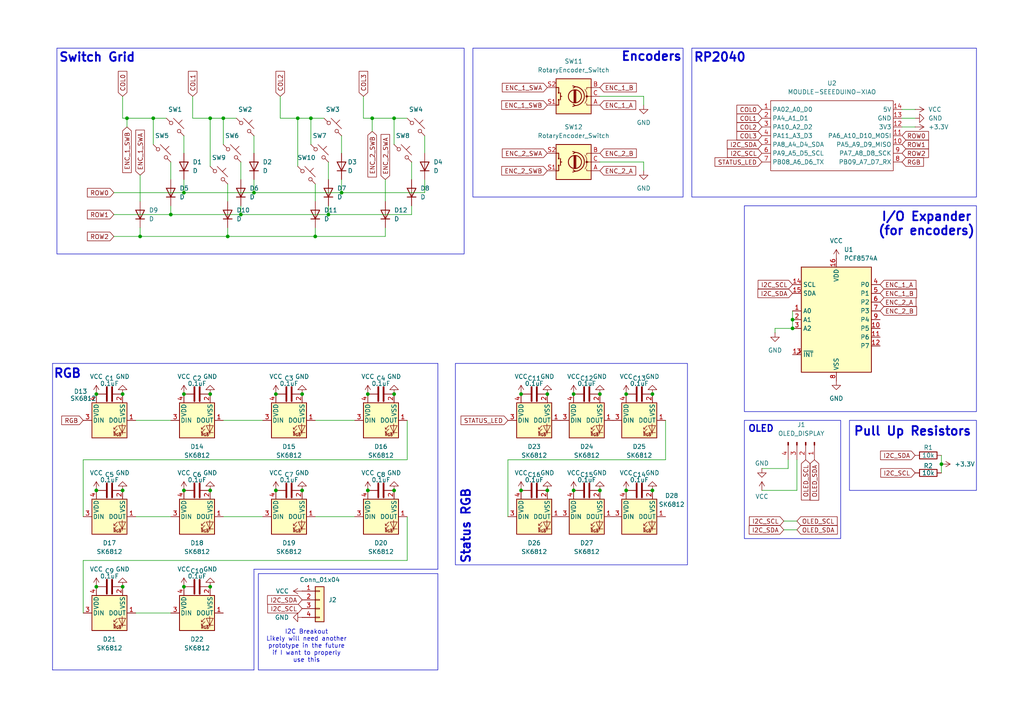
<source format=kicad_sch>
(kicad_sch (version 20231120) (generator "eeschema") (generator_version "8.0")
  (paper "A4")
  (lib_symbols
    (symbol "Connector:Conn_01x04_Pin" (pin_names (offset 1.016) hide)
      (property "Reference" "J" (at 0 5.08 0))
      (property "Value" "Conn_01x04_Pin" (at 0 -7.62 0))
      (symbol "Conn_01x04_Pin_1_1"
        (pin passive line (at 5.08 2.54 180) (length 3.81) (name "Pin_1") (number "1"))
        (pin passive line (at 5.08 0 180) (length 3.81) (name "Pin_2") (number "2"))
        (pin passive line (at 5.08 -2.54 180) (length 3.81) (name "Pin_3") (number "3"))
        (pin passive line (at 5.08 -5.08 180) (length 3.81) (name "Pin_4") (number "4"))
      )
    )
    (symbol "Connector_Generic:Conn_01x04" (pin_names (offset 1.016) hide)
      (property "Reference" "J" (at 0 5.08 0))
      (property "Value" "Conn_01x04" (at 0 -7.62 0))
      (symbol "Conn_01x04_1_1"
        (pin passive line (at -5.08 2.54 0) (length 3.81) (name "Pin_1") (number "1"))
        (pin passive line (at -5.08 0 0) (length 3.81) (name "Pin_2") (number "2"))
        (pin passive line (at -5.08 -2.54 0) (length 3.81) (name "Pin_3") (number "3"))
        (pin passive line (at -5.08 -5.08 0) (length 3.81) (name "Pin_4") (number "4"))
      )
    )
    (symbol "Device:C" (pin_numbers hide) (pin_names (offset 0.254))
      (property "Reference" "C" (at 0.635 2.54 0))
      (property "Value" "C" (at 0.635 -2.54 0))
      (symbol "C_1_1"
        (pin passive line (at 0 3.81 270) (length 2.794) (name "~") (number "1"))
        (pin passive line (at 0 -3.81 90) (length 2.794) (name "~") (number "2"))
      )
    )
    (symbol "Device:D" (pin_numbers hide) (pin_names (offset 1.016) hide)
      (property "Reference" "D" (at 0 2.54 0))
      (property "Value" "D" (at 0 -2.54 0))
      (symbol "D_1_1"
        (pin passive line (at -3.81 0 0) (length 2.54) (name "K") (number "1"))
        (pin passive line (at 3.81 0 180) (length 2.54) (name "A") (number "2"))
      )
    )
    (symbol "Device:R" (pin_numbers hide) (pin_names (offset 0))
      (property "Reference" "R" (at 2.032 0 90))
      (property "Value" "R" (at 0 0 90))
      (symbol "R_1_1"
        (pin passive line (at 0 3.81 270) (length 1.27) (name "~") (number "1"))
        (pin passive line (at 0 -3.81 90) (length 1.27) (name "~") (number "2"))
      )
    )
    (symbol "Device:RotaryEncoder_Switch" (pin_names (offset 0.254) hide)
      (property "Reference" "SW" (at 0 6.604 0))
      (property "Value" "RotaryEncoder_Switch" (at 0 -6.604 0))
      (symbol "RotaryEncoder_Switch_1_1"
        (pin passive line (at -7.62 2.54 0) (length 2.54) (name "A") (number "A"))
        (pin passive line (at -7.62 -2.54 0) (length 2.54) (name "B") (number "B"))
        (pin passive line (at -7.62 0 0) (length 2.54) (name "C") (number "C"))
        (pin passive line (at 7.62 2.54 180) (length 2.54) (name "S1") (number "S1"))
        (pin passive line (at 7.62 -2.54 180) (length 2.54) (name "S2") (number "S2"))
      )
    )
    (symbol "Interface_Expansion:PCF8574A"
      (property "Reference" "U" (at -8.89 16.51 0))
      (property "Value" "PCF8574A" (at 2.54 16.51 0))
      (symbol "PCF8574A_1_1"
        (pin input line (at -12.7 2.54 0) (length 2.54) (name "A0") (number "1"))
        (pin bidirectional line (at 12.7 -2.54 180) (length 2.54) (name "P5") (number "10"))
        (pin bidirectional line (at 12.7 -5.08 180) (length 2.54) (name "P6") (number "11"))
        (pin bidirectional line (at 12.7 -7.62 180) (length 2.54) (name "P7") (number "12"))
        (pin open_collector output_low (at -12.7 -10.16 0) (length 2.54) (name "~{INT}") (number "13"))
        (pin input line (at -12.7 10.16 0) (length 2.54) (name "SCL") (number "14"))
        (pin bidirectional line (at -12.7 7.62 0) (length 2.54) (name "SDA") (number "15"))
        (pin power_in line (at 0 17.78 270) (length 2.54) (name "VDD") (number "16"))
        (pin input line (at -12.7 0 0) (length 2.54) (name "A1") (number "2"))
        (pin input line (at -12.7 -2.54 0) (length 2.54) (name "A2") (number "3"))
        (pin bidirectional line (at 12.7 10.16 180) (length 2.54) (name "P0") (number "4"))
        (pin bidirectional line (at 12.7 7.62 180) (length 2.54) (name "P1") (number "5"))
        (pin bidirectional line (at 12.7 5.08 180) (length 2.54) (name "P2") (number "6"))
        (pin bidirectional line (at 12.7 2.54 180) (length 2.54) (name "P3") (number "7"))
        (pin power_in line (at 0 -17.78 90) (length 2.54) (name "VSS") (number "8"))
        (pin bidirectional line (at 12.7 0 180) (length 2.54) (name "P4") (number "9"))
      )
    )
    (symbol "Switch:SW_Push_45deg" (pin_numbers hide) (pin_names (offset 1.016) hide)
      (property "Reference" "SW" (at 3.048 1.016 0))
      (property "Value" "SW_Push_45deg" (at 0 -3.81 0))
      (symbol "SW_Push_45deg_0_1"
        (pin passive line (at -2.54 2.54 0) (length 0) (name "1") (number "1"))
        (pin passive line (at 2.54 -2.54 180) (length 0) (name "2") (number "2"))
      )
    )
    (symbol "XIAO_RP2040:MOUDLE-SEEEDUINO-XIAO"
      (property "Reference" "U" (at -16.51 11.43 0))
      (property "Value" "MOUDLE-SEEEDUINO-XIAO" (at -3.81 -11.43 0))
      (symbol "MOUDLE-SEEEDUINO-XIAO_1_1"
        (pin passive line (at -19.05 7.62 0) (length 2.54) (name "PA02_A0_D0") (number "1"))
        (pin passive line (at 21.59 -2.54 180) (length 2.54) (name "PA5_A9_D9_MISO") (number "10"))
        (pin passive line (at 21.59 0 180) (length 2.54) (name "PA6_A10_D10_MOSI") (number "11"))
        (pin passive line (at 21.59 2.54 180) (length 2.54) (name "3V3") (number "12"))
        (pin passive line (at 21.59 5.08 180) (length 2.54) (name "GND") (number "13"))
        (pin passive line (at 21.59 7.62 180) (length 2.54) (name "5V") (number "14"))
        (pin passive line (at -19.05 5.08 0) (length 2.54) (name "PA4_A1_D1") (number "2"))
        (pin passive line (at -19.05 2.54 0) (length 2.54) (name "PA10_A2_D2") (number "3"))
        (pin passive line (at -19.05 0 0) (length 2.54) (name "PA11_A3_D3") (number "4"))
        (pin passive line (at -19.05 -2.54 0) (length 2.54) (name "PA8_A4_D4_SDA") (number "5"))
        (pin passive line (at -19.05 -5.08 0) (length 2.54) (name "PA9_A5_D5_SCL") (number "6"))
        (pin passive line (at -19.05 -7.62 0) (length 2.54) (name "PB08_A6_D6_TX") (number "7"))
        (pin passive line (at 21.59 -7.62 180) (length 2.54) (name "PB09_A7_D7_RX") (number "8"))
        (pin passive line (at 21.59 -5.08 180) (length 2.54) (name "PA7_A8_D8_SCK") (number "9"))
      )
    )
    (symbol "neopixel:SK6812MINI" (pin_names (offset 0.254))
      (property "Reference" "D13" (at -8.382 8.382 0))
      (property "Value" "SK6812" (at -7.62 6.35 0))
      (symbol "SK6812MINI_0_0"
        (text "RGB" (at 2.286 -4.191 0) (effects (font (size 0.762 0.762))))
      )
      (symbol "SK6812MINI_1_1"
        (pin output line (at 7.62 0 180) (length 2.54) (name "DOUT") (number "1"))
        (pin power_in line (at 3.81 7.62 270) (length 2.54) (name "VSS") (number "2"))
        (pin input line (at -7.62 0 0) (length 2.54) (name "DIN") (number "3"))
        (pin power_in line (at -3.81 7.62 270) (length 2.54) (name "VDD") (number "4"))
      )
    )
    (symbol "power:+3.3V" (power) (pin_numbers hide) (pin_names (offset 0) hide)
      (property "Value" "+3.3V" (at 0 3.556 0))
      (symbol "+3.3V_1_1"
        (pin power_in line (at 0 0 90) (length 0) (name "~") (number "1"))
      )
    )
    (symbol "power:GND" (power) (pin_numbers hide) (pin_names (offset 0) hide)
      (property "Value" "GND" (at 0 -3.81 0))
      (symbol "GND_1_1"
        (pin power_in line (at 0 0 270) (length 0) (name "~") (number "1"))
      )
    )
    (symbol "power:VCC" (power) (pin_numbers hide) (pin_names (offset 0) hide)
      (property "Value" "VCC" (at 0 3.556 0))
      (symbol "VCC_1_1"
        (pin power_in line (at 0 0 90) (length 0) (name "~") (number "1"))
      )
    )
  )
  (junction (at 166.37 114.3))
  (junction (at 64.77 34.29))
  (junction (at 86.36 34.29))
  (junction (at 114.3 34.29))
  (junction (at 90.17 34.29))
  (junction (at 69.85 62.23))
  (junction (at 114.3 114.3))
  (junction (at 35.56 142.24))
  (junction (at 60.96 170.18))
  (junction (at 181.61 114.3))
  (junction (at 27.94 170.18))
  (junction (at 173.99 142.24))
  (junction (at 114.3 142.24))
  (junction (at 99.06 55.88))
  (junction (at 80.01 142.24))
  (junction (at 87.63 142.24))
  (junction (at 158.75 142.24))
  (junction (at 60.96 142.24))
  (junction (at 229.87 92.71))
  (junction (at 35.56 114.3))
  (junction (at 53.34 142.24))
  (junction (at 73.66 55.88))
  (junction (at 87.63 114.3))
  (junction (at 107.95 34.29))
  (junction (at 166.37 142.24))
  (junction (at 106.68 114.3))
  (junction (at 53.34 55.88))
  (junction (at 40.64 68.58))
  (junction (at 27.94 114.3))
  (junction (at 60.96 34.29))
  (junction (at 189.23 114.3))
  (junction (at 229.87 95.25))
  (junction (at 151.13 142.24))
  (junction (at 36.83 34.29))
  (junction (at 66.04 68.58))
  (junction (at 53.34 170.18))
  (junction (at 91.44 68.58))
  (junction (at 181.61 142.24))
  (junction (at 95.25 62.23))
  (junction (at 273.05 134.62))
  (junction (at 60.96 114.3))
  (junction (at 151.13 114.3))
  (junction (at 44.45 34.29))
  (junction (at 35.56 170.18))
  (junction (at 173.99 114.3))
  (junction (at 189.23 142.24))
  (junction (at 80.01 114.3))
  (junction (at 27.94 142.24))
  (junction (at 49.53 62.23))
  (junction (at 106.68 142.24))
  (junction (at 53.34 114.3))
  (junction (at 158.75 114.3))
  (wire (pts (xy 91.44 68.58) (xy 111.76 68.58)))
  (wire (pts (xy 90.17 34.29) (xy 93.98 34.29)))
  (wire (pts (xy 73.66 55.88) (xy 99.06 55.88)))
  (wire (pts (xy 53.34 55.88) (xy 73.66 55.88)))
  (wire (pts (xy 224.79 95.25) (xy 224.79 96.52)))
  (wire (pts (xy 44.45 34.29) (xy 44.45 41.91)))
  (wire (pts (xy 69.85 46.99) (xy 69.85 52.07)))
  (wire (pts (xy 39.37 149.86) (xy 49.53 149.86)))
  (wire (pts (xy 273.05 134.62) (xy 273.05 137.16)))
  (wire (pts (xy 53.34 52.07) (xy 53.34 55.88)))
  (wire (pts (xy 186.69 46.99) (xy 186.69 49.53)))
  (wire (pts (xy 64.77 149.86) (xy 76.2 149.86)))
  (wire (pts (xy 107.95 34.29) (xy 105.41 34.29)))
  (wire (pts (xy 49.53 59.69) (xy 49.53 62.23)))
  (wire (pts (xy 69.85 59.69) (xy 69.85 62.23)))
  (wire (pts (xy 173.99 46.99) (xy 186.69 46.99)))
  (wire (pts (xy 111.76 52.07) (xy 111.76 58.42)))
  (wire (pts (xy 261.62 34.29) (xy 265.43 34.29)))
  (wire (pts (xy 229.87 92.71) (xy 229.87 95.25)))
  (wire (pts (xy 231.14 151.13) (xy 227.33 151.13)))
  (wire (pts (xy 66.04 53.34) (xy 66.04 58.42)))
  (wire (pts (xy 273.05 132.08) (xy 273.05 134.62)))
  (wire (pts (xy 111.76 66.04) (xy 111.76 68.58)))
  (wire (pts (xy 220.98 135.89) (xy 228.6 135.89)))
  (wire (pts (xy 119.38 46.99) (xy 119.38 52.07)))
  (wire (pts (xy 228.6 135.89) (xy 228.6 133.35)))
  (polyline (pts (xy 15.24 105.41) (xy 127 105.41)))
  (wire (pts (xy 95.25 46.99) (xy 95.25 52.07)))
  (wire (pts (xy 231.14 153.67) (xy 227.33 153.67)))
  (wire (pts (xy 36.83 34.29) (xy 35.56 34.29)))
  (wire (pts (xy 261.62 31.75) (xy 265.43 31.75)))
  (wire (pts (xy 107.95 34.29) (xy 114.3 34.29)))
  (polyline (pts (xy 15.24 194.31) (xy 73.66 194.31)))
  (wire (pts (xy 40.64 68.58) (xy 40.64 66.04)))
  (wire (pts (xy 147.32 133.35) (xy 147.32 149.86)))
  (wire (pts (xy 95.25 62.23) (xy 119.38 62.23)))
  (wire (pts (xy 64.77 34.29) (xy 60.96 34.29)))
  (polyline (pts (xy 73.66 194.31) (xy 73.66 165.1)))
  (wire (pts (xy 68.58 34.29) (xy 64.77 34.29)))
  (wire (pts (xy 64.77 34.29) (xy 64.77 41.91)))
  (wire (pts (xy 261.62 36.83) (xy 265.43 36.83)))
  (wire (pts (xy 220.98 142.24) (xy 231.14 142.24)))
  (wire (pts (xy 36.83 34.29) (xy 36.83 36.83)))
  (wire (pts (xy 24.13 162.56) (xy 24.13 177.8)))
  (wire (pts (xy 39.37 121.92) (xy 49.53 121.92)))
  (wire (pts (xy 229.87 90.17) (xy 229.87 92.71)))
  (wire (pts (xy 91.44 121.92) (xy 102.87 121.92)))
  (wire (pts (xy 114.3 34.29) (xy 114.3 41.91)))
  (wire (pts (xy 40.64 50.8) (xy 40.64 58.42)))
  (wire (pts (xy 90.17 34.29) (xy 90.17 41.91)))
  (wire (pts (xy 66.04 68.58) (xy 91.44 68.58)))
  (wire (pts (xy 95.25 59.69) (xy 95.25 62.23)))
  (wire (pts (xy 229.87 95.25) (xy 224.79 95.25)))
  (wire (pts (xy 107.95 38.1) (xy 107.95 34.29)))
  (wire (pts (xy 49.53 46.99) (xy 49.53 52.07)))
  (wire (pts (xy 64.77 121.92) (xy 76.2 121.92)))
  (wire (pts (xy 99.06 39.37) (xy 99.06 44.45)))
  (wire (pts (xy 55.88 34.29) (xy 60.96 34.29)))
  (wire (pts (xy 35.56 34.29) (xy 35.56 27.94)))
  (polyline (pts (xy 73.66 165.1) (xy 127 165.1)))
  (wire (pts (xy 53.34 39.37) (xy 53.34 44.45)))
  (wire (pts (xy 73.66 52.07) (xy 73.66 55.88)))
  (wire (pts (xy 123.19 52.07) (xy 123.19 55.88)))
  (wire (pts (xy 81.28 34.29) (xy 86.36 34.29)))
  (wire (pts (xy 186.69 27.94) (xy 186.69 30.48)))
  (wire (pts (xy 105.41 34.29) (xy 105.41 27.94)))
  (wire (pts (xy 99.06 55.88) (xy 123.19 55.88)))
  (wire (pts (xy 36.83 34.29) (xy 44.45 34.29)))
  (wire (pts (xy 69.85 62.23) (xy 95.25 62.23)))
  (wire (pts (xy 39.37 177.8) (xy 49.53 177.8)))
  (wire (pts (xy 119.38 59.69) (xy 119.38 62.23)))
  (wire (pts (xy 24.13 133.35) (xy 24.13 149.86)))
  (wire (pts (xy 33.02 68.58) (xy 40.64 68.58)))
  (wire (pts (xy 114.3 34.29) (xy 118.11 34.29)))
  (wire (pts (xy 53.34 55.88) (xy 33.02 55.88)))
  (wire (pts (xy 118.11 121.92) (xy 118.11 133.35)))
  (wire (pts (xy 91.44 149.86) (xy 102.87 149.86)))
  (wire (pts (xy 123.19 39.37) (xy 123.19 44.45)))
  (wire (pts (xy 193.04 133.35) (xy 147.32 133.35)))
  (wire (pts (xy 99.06 52.07) (xy 99.06 55.88)))
  (wire (pts (xy 60.96 34.29) (xy 60.96 48.26)))
  (polyline (pts (xy 15.24 105.41) (xy 15.24 194.31)))
  (wire (pts (xy 81.28 34.29) (xy 81.28 27.94)))
  (wire (pts (xy 173.99 27.94) (xy 186.69 27.94)))
  (wire (pts (xy 118.11 133.35) (xy 24.13 133.35)))
  (wire (pts (xy 118.11 162.56) (xy 24.13 162.56)))
  (wire (pts (xy 86.36 34.29) (xy 86.36 48.26)))
  (wire (pts (xy 193.04 121.92) (xy 193.04 133.35)))
  (polyline (pts (xy 127 165.1) (xy 127 105.41)))
  (wire (pts (xy 40.64 68.58) (xy 66.04 68.58)))
  (wire (pts (xy 91.44 68.58) (xy 91.44 66.04)))
  (wire (pts (xy 66.04 68.58) (xy 66.04 66.04)))
  (wire (pts (xy 33.02 62.23) (xy 49.53 62.23)))
  (wire (pts (xy 49.53 62.23) (xy 69.85 62.23)))
  (wire (pts (xy 231.14 142.24) (xy 231.14 133.35)))
  (wire (pts (xy 73.66 39.37) (xy 73.66 44.45)))
  (wire (pts (xy 118.11 149.86) (xy 118.11 162.56)))
  (wire (pts (xy 86.36 34.29) (xy 90.17 34.29)))
  (wire (pts (xy 91.44 53.34) (xy 91.44 58.42)))
  (wire (pts (xy 55.88 34.29) (xy 55.88 27.94)))
  (wire (pts (xy 44.45 34.29) (xy 48.26 34.29)))
  (rectangle (start 215.9 121.92) (end 243.84 156.21))
  (rectangle (start 132.08 105.41) (end 199.39 163.83))
  (rectangle (start 215.9 59.69) (end 283.21 119.38))
  (rectangle (start 16.51 13.97) (end 134.62 73.66))
  (rectangle (start 137.16 13.97) (end 198.12 57.15))
  (rectangle (start 200.66 13.97) (end 283.21 57.15))
  (rectangle (start 246.38 121.92) (end 283.21 142.24))
  (rectangle (start 74.93 166.37) (end 127 194.31))
  (text "RGB" (at 19.558 108.458 0) (effects (font (size 2.54 2.54) (thickness 0.508) (bold yes))))
  (text "Switch Grid" (at 28.194 16.764 0) (effects (font (size 2.54 2.54) (thickness 0.508) (bold yes))))
  (text "RP2040" (at 208.788 16.764 0) (effects (font (size 2.54 2.54) (thickness 0.508) (bold yes))))
  (text "OLED" (at 220.726 124.46 0) (effects (font (size 1.905 1.905) (thickness 0.381) (bold yes))))
  (text "I2C Breakout\nLikely will need another\nprototype in the future\nif I want to properly\nuse this" (at 88.9 187.452 0) (effects (font (size 1.27 1.27))))
  (text "Encoders" (at 188.976 16.51 0) (effects (font (size 2.54 2.54) (thickness 0.508) (bold yes))))
  (text "Status RGB" (at 135.128 152.654 90) (effects (font (size 2.54 2.54) (thickness 0.508) (bold yes))))
  (text "I/O Expander\n(for encoders)" (at 268.732 65.024 0) (effects (font (size 2.54 2.54) (thickness 0.508) (bold yes))))
  (text "Pull Up Resistors" (at 264.668 125.222 0) (effects (font (size 2.54 2.54) (thickness 0.508) (bold yes))))
  (global_label "ENC_1_A" (shape input) (at 255.27 82.55 0) (property "Intersheetrefs" "${INTERSHEET_REFS}" (effects (hide yes))))
  (global_label "ROW2" (shape input) (at 33.02 68.58 180) (property "Intersheetrefs" "${INTERSHEET_REFS}" (effects (hide yes))))
  (global_label "RGB" (shape input) (at 24.13 121.92 180) (property "Intersheetrefs" "${INTERSHEET_REFS}" (effects (hide yes))))
  (global_label "COL2" (shape input) (at 220.98 36.83 180) (property "Intersheetrefs" "${INTERSHEET_REFS}" (effects (hide yes))))
  (global_label "ENC_1_SWA" (shape input) (at 158.75 25.4 180) (property "Intersheetrefs" "${INTERSHEET_REFS}" (effects (hide yes))))
  (global_label "RGB" (shape input) (at 261.62 46.99 0) (property "Intersheetrefs" "${INTERSHEET_REFS}" (effects (hide yes))))
  (global_label "I2C_SCL" (shape input) (at 265.43 137.16 180) (property "Intersheetrefs" "${INTERSHEET_REFS}" (effects (hide yes))))
  (global_label "ENC_2_SWB" (shape input) (at 158.75 49.53 180) (property "Intersheetrefs" "${INTERSHEET_REFS}" (effects (hide yes))))
  (global_label "OLED_SCL" (shape input) (at 233.68 133.35 270) (property "Intersheetrefs" "${INTERSHEET_REFS}" (effects (hide yes))))
  (global_label "OLED_SCL" (shape input) (at 231.14 151.13 0) (property "Intersheetrefs" "${INTERSHEET_REFS}" (effects (hide yes))))
  (global_label "I2C_SCL" (shape input) (at 229.87 82.55 180) (property "Intersheetrefs" "${INTERSHEET_REFS}" (effects (hide yes))))
  (global_label "I2C_SCL" (shape input) (at 220.98 44.45 180) (property "Intersheetrefs" "${INTERSHEET_REFS}" (effects (hide yes))))
  (global_label "ENC_1_B" (shape input) (at 255.27 85.09 0) (property "Intersheetrefs" "${INTERSHEET_REFS}" (effects (hide yes))))
  (global_label "ENC_2_B" (shape input) (at 255.27 90.17 0) (property "Intersheetrefs" "${INTERSHEET_REFS}" (effects (hide yes))))
  (global_label "ENC_2_B" (shape input) (at 173.99 44.45 0) (property "Intersheetrefs" "${INTERSHEET_REFS}" (effects (hide yes))))
  (global_label "ENC_2_SWB" (shape input) (at 107.95 38.1 270) (property "Intersheetrefs" "${INTERSHEET_REFS}" (effects (hide yes))))
  (global_label "I2C_SDA" (shape input) (at 265.43 132.08 180) (property "Intersheetrefs" "${INTERSHEET_REFS}" (effects (hide yes))))
  (global_label "OLED_SDA" (shape input) (at 236.22 133.35 270) (property "Intersheetrefs" "${INTERSHEET_REFS}" (effects (hide yes))))
  (global_label "I2C_SDA" (shape input) (at 229.87 85.09 180) (property "Intersheetrefs" "${INTERSHEET_REFS}" (effects (hide yes))))
  (global_label "ENC_1_SWA" (shape input) (at 40.64 50.8 90) (property "Intersheetrefs" "${INTERSHEET_REFS}" (effects (hide yes))))
  (global_label "ENC_2_A" (shape input) (at 173.99 49.53 0) (property "Intersheetrefs" "${INTERSHEET_REFS}" (effects (hide yes))))
  (global_label "ENC_2_A" (shape input) (at 255.27 87.63 0) (property "Intersheetrefs" "${INTERSHEET_REFS}" (effects (hide yes))))
  (global_label "COL3" (shape input) (at 105.41 27.94 90) (property "Intersheetrefs" "${INTERSHEET_REFS}" (effects (hide yes))))
  (global_label "COL0" (shape input) (at 220.98 31.75 180) (property "Intersheetrefs" "${INTERSHEET_REFS}" (effects (hide yes))))
  (global_label "STATUS_LED" (shape input) (at 220.98 46.99 180) (property "Intersheetrefs" "${INTERSHEET_REFS}" (effects (hide yes))))
  (global_label "COL1" (shape input) (at 220.98 34.29 180) (property "Intersheetrefs" "${INTERSHEET_REFS}" (effects (hide yes))))
  (global_label "I2C_SCL" (shape input) (at 87.63 176.53 180) (property "Intersheetrefs" "${INTERSHEET_REFS}" (effects (hide yes))))
  (global_label "I2C_SDA" (shape input) (at 220.98 41.91 180) (property "Intersheetrefs" "${INTERSHEET_REFS}" (effects (hide yes))))
  (global_label "COL1" (shape input) (at 55.88 27.94 90) (property "Intersheetrefs" "${INTERSHEET_REFS}" (effects (hide yes))))
  (global_label "ENC_1_SWB" (shape input) (at 158.75 30.48 180) (property "Intersheetrefs" "${INTERSHEET_REFS}" (effects (hide yes))))
  (global_label "I2C_SDA" (shape input) (at 227.33 153.67 180) (property "Intersheetrefs" "${INTERSHEET_REFS}" (effects (hide yes))))
  (global_label "ROW0" (shape input) (at 33.02 55.88 180) (property "Intersheetrefs" "${INTERSHEET_REFS}" (effects (hide yes))))
  (global_label "ROW2" (shape input) (at 261.62 44.45 0) (property "Intersheetrefs" "${INTERSHEET_REFS}" (effects (hide yes))))
  (global_label "ENC_1_A" (shape input) (at 173.99 30.48 0) (property "Intersheetrefs" "${INTERSHEET_REFS}" (effects (hide yes))))
  (global_label "ROW1" (shape input) (at 33.02 62.23 180) (property "Intersheetrefs" "${INTERSHEET_REFS}" (effects (hide yes))))
  (global_label "I2C_SDA" (shape input) (at 87.63 173.99 180) (property "Intersheetrefs" "${INTERSHEET_REFS}" (effects (hide yes))))
  (global_label "COL0" (shape input) (at 35.56 27.94 90) (property "Intersheetrefs" "${INTERSHEET_REFS}" (effects (hide yes))))
  (global_label "ROW1" (shape input) (at 261.62 41.91 0) (property "Intersheetrefs" "${INTERSHEET_REFS}" (effects (hide yes))))
  (global_label "COL2" (shape input) (at 81.28 27.94 90) (property "Intersheetrefs" "${INTERSHEET_REFS}" (effects (hide yes))))
  (global_label "COL3" (shape input) (at 220.98 39.37 180) (property "Intersheetrefs" "${INTERSHEET_REFS}" (effects (hide yes))))
  (global_label "I2C_SCL" (shape input) (at 227.33 151.13 180) (property "Intersheetrefs" "${INTERSHEET_REFS}" (effects (hide yes))))
  (global_label "ENC_2_SWA" (shape input) (at 158.75 44.45 180) (property "Intersheetrefs" "${INTERSHEET_REFS}" (effects (hide yes))))
  (global_label "OLED_SDA" (shape input) (at 231.14 153.67 0) (property "Intersheetrefs" "${INTERSHEET_REFS}" (effects (hide yes))))
  (global_label "ROW0" (shape input) (at 261.62 39.37 0) (property "Intersheetrefs" "${INTERSHEET_REFS}" (effects (hide yes))))
  (global_label "ENC_1_B" (shape input) (at 173.99 25.4 0) (property "Intersheetrefs" "${INTERSHEET_REFS}" (effects (hide yes))))
  (global_label "ENC_1_SWB" (shape input) (at 36.83 36.83 270) (property "Intersheetrefs" "${INTERSHEET_REFS}" (effects (hide yes))))
  (global_label "STATUS_LED" (shape input) (at 147.32 121.92 180) (property "Intersheetrefs" "${INTERSHEET_REFS}" (effects (hide yes))))
  (global_label "ENC_2_SWA" (shape input) (at 111.76 52.07 90) (property "Intersheetrefs" "${INTERSHEET_REFS}" (effects (hide yes))))
  (symbol (lib_id "power:GND") (at 60.96 114.3 180) (unit 1)
    (property "Reference" "#PWR013" (effects (hide yes)))
    (property "Value" "GND" (at 60.96 109.22 0))
    (property "Description" "Power symbol creates a global label with name \"GND\" , ground" (effects (hide yes)))
  )
  (symbol (lib_id "neopixel:SK6812MINI") (at 185.42 149.86 0) (unit 1)
    (property "Reference" "D28" (at 194.818 143.764 0))
    (property "Value" "SK6812" (at 194.818 146.304 0))
    (property "Footprint" "LED_SMD:LED_SK6812MINI_PLCC4_3.5x3.5mm_P1.75mm" (effects (hide yes)))
    (property "Datasheet" "https://cdn-shop.adafruit.com/product-files/2686/SK6812MINI_REV.01-1-2.pdf" (effects (hide yes)))
    (property "Description" "RGB LED with integrated controller" (effects (hide yes)))
  )
  (symbol (lib_id "neopixel:SK6812MINI") (at 57.15 121.92 0) (unit 1)
    (property "Reference" "D14" (at 57.15 129.54 0))
    (property "Value" "SK6812" (at 57.15 132.08 0))
    (property "Footprint" "neopixel.petty:SK6812MINI-E" (effects (hide yes)))
    (property "Datasheet" "https://cdn-shop.adafruit.com/product-files/2686/SK6812MINI_REV.01-1-2.pdf" (effects (hide yes)))
    (property "Description" "RGB LED with integrated controller" (effects (hide yes)))
  )
  (symbol (lib_id "Device:C") (at 57.15 170.18 90) (unit 1)
    (property "Reference" "C10" (at 57.15 165.608 90))
    (property "Value" "0.1uF" (at 57.15 167.132 90))
    (property "Footprint" "Capacitor_SMD:C_1206_3216Metric" (effects (hide yes)))
    (property "Description" "Unpolarized capacitor" (effects (hide yes)))
  )
  (symbol (lib_id "Device:D") (at 119.38 55.88 90) (unit 1)
    (property "Reference" "D8" (at 121.92 54.6099 90) (effects (justify right)))
    (property "Value" "D" (at 121.92 57.1499 90) (effects (justify right)))
    (property "Footprint" "Diode_SMD:D_SOD-123" (effects (hide yes)))
    (property "Description" "Diode" (effects (hide yes)))
    (property "Sim.Device" "D" (effects (hide yes)))
    (property "Sim.Pins" "1=K 2=A" (effects (hide yes)))
  )
  (symbol (lib_id "Switch:SW_Push_45deg") (at 67.31 44.45 0) (unit 1)
    (property "Reference" "SW6" (at 67.31 39.37 0))
    (property "Value" "SW_Push_45deg" (effects (hide yes)))
    (property "Footprint" "Components:Gateron Low Profile Switch 2.0" (effects (hide yes)))
    (property "Description" "Push button switch, normally open, two pins, 45° tilted" (effects (hide yes)))
  )
  (symbol (lib_id "Switch:SW_Push_45deg") (at 92.71 44.45 0) (unit 1)
    (property "Reference" "SW7" (at 92.71 39.37 0))
    (property "Value" "SW_Push_45deg" (effects (hide yes)))
    (property "Footprint" "Components:Gateron Low Profile Switch 2.0" (effects (hide yes)))
    (property "Description" "Push button switch, normally open, two pins, 45° tilted" (effects (hide yes)))
  )
  (symbol (lib_id "Device:D") (at 66.04 62.23 90) (unit 1)
    (property "Reference" "D10" (at 68.58 60.9599 90) (effects (justify right)))
    (property "Value" "D" (at 68.58 63.4999 90) (effects (justify right)))
    (property "Footprint" "Diode_SMD:D_SOD-123" (effects (hide yes)))
    (property "Description" "Diode" (effects (hide yes)))
    (property "Sim.Device" "D" (effects (hide yes)))
    (property "Sim.Pins" "1=K 2=A" (effects (hide yes)))
  )
  (symbol (lib_id "XIAO_RP2040:MOUDLE-SEEEDUINO-XIAO") (at 240.03 39.37 0) (unit 1)
    (property "Reference" "U2" (at 241.3 24.13 0))
    (property "Value" "MOUDLE-SEEEDUINO-XIAO" (at 241.3 26.67 0))
    (property "Footprint" "Components:XIAO-Generic-Hybrid-14P-2.54-21X17.8MM" (effects (hide yes)))
  )
  (symbol (lib_id "power:GND") (at 158.75 114.3 180) (unit 1)
    (property "Reference" "#PWR039" (effects (hide yes)))
    (property "Value" "GND" (at 158.75 109.22 0))
    (property "Description" "Power symbol creates a global label with name \"GND\" , ground" (effects (hide yes)))
  )
  (symbol (lib_id "power:GND") (at 87.63 142.24 180) (unit 1)
    (property "Reference" "#PWR023" (effects (hide yes)))
    (property "Value" "GND" (at 87.63 137.16 0))
    (property "Description" "Power symbol creates a global label with name \"GND\" , ground" (effects (hide yes)))
  )
  (symbol (lib_id "power:GND") (at 242.57 110.49 0) (unit 1)
    (property "Reference" "#PWR08" (effects (hide yes)))
    (property "Value" "GND" (at 242.57 115.57 0))
    (property "Description" "Power symbol creates a global label with name \"GND\" , ground" (effects (hide yes)))
  )
  (symbol (lib_id "power:GND") (at 158.75 142.24 180) (unit 1)
    (property "Reference" "#PWR045" (effects (hide yes)))
    (property "Value" "GND" (at 158.75 137.16 0))
    (property "Description" "Power symbol creates a global label with name \"GND\" , ground" (effects (hide yes)))
  )
  (symbol (lib_id "power:GND") (at 35.56 142.24 180) (unit 1)
    (property "Reference" "#PWR019" (effects (hide yes)))
    (property "Value" "GND" (at 35.56 137.16 0))
    (property "Description" "Power symbol creates a global label with name \"GND\" , ground" (effects (hide yes)))
  )
  (symbol (lib_id "power:GND") (at 186.69 30.48 0) (unit 1)
    (property "Reference" "#PWR02" (effects (hide yes)))
    (property "Value" "GND" (at 186.69 35.56 0))
    (property "Description" "Power symbol creates a global label with name \"GND\" , ground" (effects (hide yes)))
  )
  (symbol (lib_id "Device:C") (at 154.94 142.24 90) (unit 1)
    (property "Reference" "C16" (at 154.94 137.668 90))
    (property "Value" "0.1uF" (at 154.94 139.192 90))
    (property "Footprint" "Capacitor_SMD:C_1206_3216Metric" (effects (hide yes)))
    (property "Description" "Unpolarized capacitor" (effects (hide yes)))
  )
  (symbol (lib_id "power:GND") (at 186.69 49.53 0) (unit 1)
    (property "Reference" "#PWR03" (effects (hide yes)))
    (property "Value" "GND" (at 186.69 54.61 0))
    (property "Description" "Power symbol creates a global label with name \"GND\" , ground" (effects (hide yes)))
  )
  (symbol (lib_id "power:VCC") (at 53.34 170.18 0) (unit 1)
    (property "Reference" "#PWR028" (effects (hide yes)))
    (property "Value" "VCC" (at 53.34 165.1 0))
    (property "Description" "Power symbol creates a global label with name \"VCC\"" (effects (hide yes)))
  )
  (symbol (lib_id "power:VCC") (at 265.43 31.75 270) (unit 1)
    (property "Reference" "#PWR06" (effects (hide yes)))
    (property "Value" "VCC" (at 269.24 31.7499 90) (effects (justify left)))
    (property "Description" "Power symbol creates a global label with name \"VCC\"" (effects (hide yes)))
  )
  (symbol (lib_id "power:GND") (at 173.99 142.24 180) (unit 1)
    (property "Reference" "#PWR047" (effects (hide yes)))
    (property "Value" "GND" (at 173.99 137.16 0))
    (property "Description" "Power symbol creates a global label with name \"GND\" , ground" (effects (hide yes)))
  )
  (symbol (lib_id "power:VCC") (at 80.01 142.24 0) (unit 1)
    (property "Reference" "#PWR022" (effects (hide yes)))
    (property "Value" "VCC" (at 80.01 137.16 0))
    (property "Description" "Power symbol creates a global label with name \"VCC\"" (effects (hide yes)))
  )
  (symbol (lib_id "Device:C") (at 83.82 142.24 90) (unit 1)
    (property "Reference" "C7" (at 83.82 137.668 90))
    (property "Value" "0.1uF" (at 83.82 139.192 90))
    (property "Footprint" "Capacitor_SMD:C_1206_3216Metric" (effects (hide yes)))
    (property "Description" "Unpolarized capacitor" (effects (hide yes)))
  )
  (symbol (lib_id "Connector_Generic:Conn_01x04") (at 92.71 173.99 0) (unit 1)
    (property "Reference" "J2" (at 95.25 173.9899 0) (effects (justify left)))
    (property "Value" "Conn_01x04" (at 86.868 168.148 0) (effects (justify left)))
    (property "Footprint" "Components:4pin" (effects (hide yes)))
    (property "Description" "Generic connector, single row, 01x04, script generated (kicad-library-utils/schlib/autogen/connector/)" (effects (hide yes)))
  )
  (symbol (lib_id "neopixel:SK6812MINI") (at 57.15 149.86 0) (unit 1)
    (property "Reference" "D18" (at 57.15 157.48 0))
    (property "Value" "SK6812" (at 57.15 160.02 0))
    (property "Footprint" "neopixel.petty:SK6812MINI-E" (effects (hide yes)))
    (property "Datasheet" "https://cdn-shop.adafruit.com/product-files/2686/SK6812MINI_REV.01-1-2.pdf" (effects (hide yes)))
    (property "Description" "RGB LED with integrated controller" (effects (hide yes)))
  )
  (symbol (lib_id "power:VCC") (at 27.94 170.18 0) (unit 1)
    (property "Reference" "#PWR026" (effects (hide yes)))
    (property "Value" "VCC" (at 27.94 165.1 0))
    (property "Description" "Power symbol creates a global label with name \"VCC\"" (effects (hide yes)))
  )
  (symbol (lib_id "Device:D") (at 69.85 55.88 90) (unit 1)
    (property "Reference" "D6" (at 72.39 54.6099 90) (effects (justify right)))
    (property "Value" "D" (at 72.39 57.1499 90) (effects (justify right)))
    (property "Footprint" "Diode_SMD:D_SOD-123" (effects (hide yes)))
    (property "Description" "Diode" (effects (hide yes)))
    (property "Sim.Device" "D" (effects (hide yes)))
    (property "Sim.Pins" "1=K 2=A" (effects (hide yes)))
  )
  (symbol (lib_id "power:VCC") (at 53.34 142.24 0) (unit 1)
    (property "Reference" "#PWR020" (effects (hide yes)))
    (property "Value" "VCC" (at 53.34 137.16 0))
    (property "Description" "Power symbol creates a global label with name \"VCC\"" (effects (hide yes)))
  )
  (symbol (lib_id "power:VCC") (at 80.01 114.3 0) (unit 1)
    (property "Reference" "#PWR014" (effects (hide yes)))
    (property "Value" "VCC" (at 80.01 109.22 0))
    (property "Description" "Power symbol creates a global label with name \"VCC\"" (effects (hide yes)))
  )
  (symbol (lib_id "neopixel:SK6812MINI") (at 31.75 177.8 0) (unit 1)
    (property "Reference" "D21" (at 31.75 185.42 0))
    (property "Value" "SK6812" (at 31.75 187.96 0))
    (property "Footprint" "neopixel.petty:SK6812MINI-E" (effects (hide yes)))
    (property "Datasheet" "https://cdn-shop.adafruit.com/product-files/2686/SK6812MINI_REV.01-1-2.pdf" (effects (hide yes)))
    (property "Description" "RGB LED with integrated controller" (effects (hide yes)))
  )
  (symbol (lib_id "power:+3.3V") (at 265.43 36.83 270) (unit 1)
    (property "Reference" "#PWR032" (effects (hide yes)))
    (property "Value" "+3.3V" (at 269.24 36.8299 90) (effects (justify left)))
    (property "Description" "Power symbol creates a global label with name \"+3.3V\"" (effects (hide yes)))
  )
  (symbol (lib_id "Device:R") (at 269.24 137.16 90) (unit 1)
    (property "Reference" "R2" (at 269.24 135.128 90))
    (property "Value" "10k" (at 269.24 137.16 90))
    (property "Footprint" "Resistor_SMD:R_1206_3216Metric" (effects (hide yes)))
    (property "Description" "Resistor" (effects (hide yes)))
  )
  (symbol (lib_id "Device:C") (at 170.18 142.24 90) (unit 1)
    (property "Reference" "C15" (at 170.18 137.668 90))
    (property "Value" "0.1uF" (at 170.18 139.192 90))
    (property "Footprint" "Capacitor_SMD:C_1206_3216Metric" (effects (hide yes)))
    (property "Description" "Unpolarized capacitor" (effects (hide yes)))
  )
  (symbol (lib_id "power:GND") (at 35.56 170.18 180) (unit 1)
    (property "Reference" "#PWR027" (effects (hide yes)))
    (property "Value" "GND" (at 35.56 165.1 0))
    (property "Description" "Power symbol creates a global label with name \"GND\" , ground" (effects (hide yes)))
  )
  (symbol (lib_id "power:GND") (at 114.3 142.24 180) (unit 1)
    (property "Reference" "#PWR025" (effects (hide yes)))
    (property "Value" "GND" (at 114.3 137.16 0))
    (property "Description" "Power symbol creates a global label with name \"GND\" , ground" (effects (hide yes)))
  )
  (symbol (lib_id "Switch:SW_Push_45deg") (at 120.65 36.83 0) (unit 1)
    (property "Reference" "SW4" (at 120.65 31.75 0))
    (property "Value" "SW_Push_45deg" (effects (hide yes)))
    (property "Footprint" "Components:Gateron Low Profile Switch 2.0" (effects (hide yes)))
    (property "Description" "Push button switch, normally open, two pins, 45° tilted" (effects (hide yes)))
  )
  (symbol (lib_id "neopixel:SK6812MINI") (at 170.18 149.86 0) (unit 1)
    (property "Reference" "D27" (at 170.18 157.48 0))
    (property "Value" "SK6812" (at 170.18 160.02 0))
    (property "Footprint" "LED_SMD:LED_SK6812MINI_PLCC4_3.5x3.5mm_P1.75mm" (effects (hide yes)))
    (property "Datasheet" "https://cdn-shop.adafruit.com/product-files/2686/SK6812MINI_REV.01-1-2.pdf" (effects (hide yes)))
    (property "Description" "RGB LED with integrated controller" (effects (hide yes)))
  )
  (symbol (lib_id "Switch:SW_Push_45deg") (at 96.52 36.83 0) (unit 1)
    (property "Reference" "SW3" (at 96.52 31.75 0))
    (property "Value" "SW_Push_45deg" (effects (hide yes)))
    (property "Footprint" "Components:Gateron Low Profile Switch 2.0" (effects (hide yes)))
    (property "Description" "Push button switch, normally open, two pins, 45° tilted" (effects (hide yes)))
  )
  (symbol (lib_id "Device:C") (at 154.94 114.3 90) (unit 1)
    (property "Reference" "C11" (at 154.94 109.728 90))
    (property "Value" "0.1uF" (at 154.94 111.252 90))
    (property "Footprint" "Capacitor_SMD:C_1206_3216Metric" (effects (hide yes)))
    (property "Description" "Unpolarized capacitor" (effects (hide yes)))
  )
  (symbol (lib_id "Device:C") (at 185.42 114.3 90) (unit 1)
    (property "Reference" "C13" (at 185.42 109.728 90))
    (property "Value" "0.1uF" (at 185.42 111.252 90))
    (property "Footprint" "Capacitor_SMD:C_1206_3216Metric" (effects (hide yes)))
    (property "Description" "Unpolarized capacitor" (effects (hide yes)))
  )
  (symbol (lib_id "Device:D") (at 91.44 62.23 90) (unit 1)
    (property "Reference" "D11" (at 93.98 60.9599 90) (effects (justify right)))
    (property "Value" "D" (at 93.98 63.4999 90) (effects (justify right)))
    (property "Footprint" "Diode_SMD:D_SOD-123" (effects (hide yes)))
    (property "Description" "Diode" (effects (hide yes)))
    (property "Sim.Device" "D" (effects (hide yes)))
    (property "Sim.Pins" "1=K 2=A" (effects (hide yes)))
  )
  (symbol (lib_id "power:GND") (at 173.99 114.3 180) (unit 1)
    (property "Reference" "#PWR041" (effects (hide yes)))
    (property "Value" "GND" (at 173.99 109.22 0))
    (property "Description" "Power symbol creates a global label with name \"GND\" , ground" (effects (hide yes)))
  )
  (symbol (lib_id "Device:C") (at 31.75 114.3 90) (unit 1)
    (property "Reference" "C1" (at 31.75 109.728 90))
    (property "Value" "0.1uF" (at 31.75 111.252 90))
    (property "Footprint" "Capacitor_SMD:C_1206_3216Metric" (effects (hide yes)))
    (property "Description" "Unpolarized capacitor" (effects (hide yes)))
  )
  (symbol (lib_id "Device:RotaryEncoder_Switch") (at 166.37 27.94 180) (unit 1)
    (property "Reference" "SW11" (at 166.37 17.78 0))
    (property "Value" "RotaryEncoder_Switch" (at 166.37 20.32 0))
    (property "Footprint" "Components:encoder" (effects (hide yes)))
    (property "Description" "Rotary encoder, dual channel, incremental quadrate outputs, with switch" (effects (hide yes)))
  )
  (symbol (lib_id "Device:C") (at 110.49 114.3 90) (unit 1)
    (property "Reference" "C4" (at 110.49 109.728 90))
    (property "Value" "0.1uF" (at 110.49 111.252 90))
    (property "Footprint" "Capacitor_SMD:C_1206_3216Metric" (effects (hide yes)))
    (property "Description" "Unpolarized capacitor" (effects (hide yes)))
  )
  (symbol (lib_id "neopixel:SK6812MINI") (at 57.15 177.8 0) (unit 1)
    (property "Reference" "D22" (at 57.15 185.42 0))
    (property "Value" "SK6812" (at 57.15 187.96 0))
    (property "Footprint" "neopixel.petty:SK6812MINI-E" (effects (hide yes)))
    (property "Datasheet" "https://cdn-shop.adafruit.com/product-files/2686/SK6812MINI_REV.01-1-2.pdf" (effects (hide yes)))
    (property "Description" "RGB LED with integrated controller" (effects (hide yes)))
  )
  (symbol (lib_id "Device:D") (at 53.34 48.26 90) (unit 1)
    (property "Reference" "D1" (at 55.88 46.9899 90) (effects (justify right)))
    (property "Value" "D" (at 55.88 49.5299 90) (effects (justify right)))
    (property "Footprint" "Diode_SMD:D_SOD-123" (effects (hide yes)))
    (property "Description" "Diode" (effects (hide yes)))
    (property "Sim.Device" "D" (effects (hide yes)))
    (property "Sim.Pins" "1=K 2=A" (effects (hide yes)))
  )
  (symbol (lib_id "power:GND") (at 87.63 179.07 270) (unit 1)
    (property "Reference" "#PWR031" (effects (hide yes)))
    (property "Value" "GND" (at 83.82 179.0699 90) (effects (justify right)))
    (property "Description" "Power symbol creates a global label with name \"GND\" , ground" (effects (hide yes)))
  )
  (symbol (lib_id "power:VCC") (at 220.98 142.24 0) (unit 1)
    (property "Reference" "#PWR05" (effects (hide yes)))
    (property "Value" "VCC" (at 220.98 144.018 0))
    (property "Description" "Power symbol creates a global label with name \"VCC\"" (effects (hide yes)))
  )
  (symbol (lib_id "Switch:SW_Push_45deg") (at 71.12 36.83 0) (unit 1)
    (property "Reference" "SW2" (at 71.12 31.75 0))
    (property "Value" "SW_Push_45deg" (effects (hide yes)))
    (property "Footprint" "Components:Gateron Low Profile Switch 2.0" (effects (hide yes)))
    (property "Description" "Push button switch, normally open, two pins, 45° tilted" (effects (hide yes)))
  )
  (symbol (lib_id "neopixel:SK6812MINI") (at 83.82 149.86 0) (unit 1)
    (property "Reference" "D19" (at 83.82 157.48 0))
    (property "Value" "SK6812" (at 83.82 160.02 0))
    (property "Footprint" "neopixel.petty:SK6812MINI-E" (effects (hide yes)))
    (property "Datasheet" "https://cdn-shop.adafruit.com/product-files/2686/SK6812MINI_REV.01-1-2.pdf" (effects (hide yes)))
    (property "Description" "RGB LED with integrated controller" (effects (hide yes)))
  )
  (symbol (lib_id "power:VCC") (at 151.13 142.24 0) (unit 1)
    (property "Reference" "#PWR044" (effects (hide yes)))
    (property "Value" "VCC" (at 151.13 137.16 0))
    (property "Description" "Power symbol creates a global label with name \"VCC\"" (effects (hide yes)))
  )
  (symbol (lib_id "Device:D") (at 73.66 48.26 90) (unit 1)
    (property "Reference" "D2" (at 76.2 46.9899 90) (effects (justify right)))
    (property "Value" "D" (at 76.2 49.5299 90) (effects (justify right)))
    (property "Footprint" "Diode_SMD:D_SOD-123" (effects (hide yes)))
    (property "Description" "Diode" (effects (hide yes)))
    (property "Sim.Device" "D" (effects (hide yes)))
    (property "Sim.Pins" "1=K 2=A" (effects (hide yes)))
  )
  (symbol (lib_id "power:VCC") (at 242.57 74.93 0) (unit 1)
    (property "Reference" "#PWR07" (effects (hide yes)))
    (property "Value" "VCC" (at 242.57 69.85 0))
    (property "Description" "Power symbol creates a global label with name \"VCC\"" (effects (hide yes)))
  )
  (symbol (lib_id "power:VCC") (at 151.13 114.3 0) (unit 1)
    (property "Reference" "#PWR038" (effects (hide yes)))
    (property "Value" "VCC" (at 151.13 109.22 0))
    (property "Description" "Power symbol creates a global label with name \"VCC\"" (effects (hide yes)))
  )
  (symbol (lib_id "power:GND") (at 60.96 170.18 180) (unit 1)
    (property "Reference" "#PWR029" (effects (hide yes)))
    (property "Value" "GND" (at 60.96 165.1 0))
    (property "Description" "Power symbol creates a global label with name \"GND\" , ground" (effects (hide yes)))
  )
  (symbol (lib_id "Device:RotaryEncoder_Switch") (at 166.37 46.99 180) (unit 1)
    (property "Reference" "SW12" (at 166.37 36.83 0))
    (property "Value" "RotaryEncoder_Switch" (at 166.37 39.37 0))
    (property "Footprint" "Components:encoder" (effects (hide yes)))
    (property "Description" "Rotary encoder, dual channel, incremental quadrate outputs, with switch" (effects (hide yes)))
  )
  (symbol (lib_id "Device:C") (at 83.82 114.3 90) (unit 1)
    (property "Reference" "C3" (at 83.82 109.728 90))
    (property "Value" "0.1uF" (at 83.82 111.252 90))
    (property "Footprint" "Capacitor_SMD:C_1206_3216Metric" (effects (hide yes)))
    (property "Description" "Unpolarized capacitor" (effects (hide yes)))
  )
  (symbol (lib_id "power:GND") (at 265.43 34.29 90) (unit 1)
    (property "Reference" "#PWR01" (effects (hide yes)))
    (property "Value" "GND" (at 269.24 34.2899 90) (effects (justify right)))
    (property "Description" "Power symbol creates a global label with name \"GND\" , ground" (effects (hide yes)))
  )
  (symbol (lib_id "neopixel:SK6812MINI") (at 154.94 149.86 0) (unit 1)
    (property "Reference" "D26" (at 154.94 157.48 0))
    (property "Value" "SK6812" (at 154.94 160.02 0))
    (property "Footprint" "LED_SMD:LED_SK6812MINI_PLCC4_3.5x3.5mm_P1.75mm" (effects (hide yes)))
    (property "Datasheet" "https://cdn-shop.adafruit.com/product-files/2686/SK6812MINI_REV.01-1-2.pdf" (effects (hide yes)))
    (property "Description" "RGB LED with integrated controller" (effects (hide yes)))
  )
  (symbol (lib_id "Device:C") (at 57.15 114.3 90) (unit 1)
    (property "Reference" "C2" (at 57.15 109.728 90))
    (property "Value" "0.1uF" (at 57.15 111.252 90))
    (property "Footprint" "Capacitor_SMD:C_1206_3216Metric" (effects (hide yes)))
    (property "Description" "Unpolarized capacitor" (effects (hide yes)))
  )
  (symbol (lib_id "Device:C") (at 110.49 142.24 90) (unit 1)
    (property "Reference" "C8" (at 110.49 137.668 90))
    (property "Value" "0.1uF" (at 110.49 139.192 90))
    (property "Footprint" "Capacitor_SMD:C_1206_3216Metric" (effects (hide yes)))
    (property "Description" "Unpolarized capacitor" (effects (hide yes)))
  )
  (symbol (lib_id "neopixel:SK6812MINI") (at 110.49 121.92 0) (unit 1)
    (property "Reference" "D16" (at 110.49 129.54 0))
    (property "Value" "SK6812" (at 110.49 132.08 0))
    (property "Footprint" "neopixel.petty:SK6812MINI-E" (effects (hide yes)))
    (property "Datasheet" "https://cdn-shop.adafruit.com/product-files/2686/SK6812MINI_REV.01-1-2.pdf" (effects (hide yes)))
    (property "Description" "RGB LED with integrated controller" (effects (hide yes)))
  )
  (symbol (lib_id "power:GND") (at 189.23 114.3 180) (unit 1)
    (property "Reference" "#PWR043" (effects (hide yes)))
    (property "Value" "GND" (at 189.23 109.22 0))
    (property "Description" "Power symbol creates a global label with name \"GND\" , ground" (effects (hide yes)))
  )
  (symbol (lib_id "Device:R") (at 269.24 132.08 90) (unit 1)
    (property "Reference" "R1" (at 269.24 129.794 90))
    (property "Value" "10k" (at 269.24 132.08 90))
    (property "Footprint" "Resistor_SMD:R_1206_3216Metric" (effects (hide yes)))
    (property "Description" "Resistor" (effects (hide yes)))
  )
  (symbol (lib_id "power:VCC") (at 106.68 142.24 0) (unit 1)
    (property "Reference" "#PWR024" (effects (hide yes)))
    (property "Value" "VCC" (at 106.68 137.16 0))
    (property "Description" "Power symbol creates a global label with name \"VCC\"" (effects (hide yes)))
  )
  (symbol (lib_id "power:VCC") (at 166.37 142.24 0) (unit 1)
    (property "Reference" "#PWR046" (effects (hide yes)))
    (property "Value" "VCC" (at 166.37 137.16 0))
    (property "Description" "Power symbol creates a global label with name \"VCC\"" (effects (hide yes)))
  )
  (symbol (lib_id "power:VCC") (at 106.68 114.3 0) (unit 1)
    (property "Reference" "#PWR016" (effects (hide yes)))
    (property "Value" "VCC" (at 106.68 109.22 0))
    (property "Description" "Power symbol creates a global label with name \"VCC\"" (effects (hide yes)))
  )
  (symbol (lib_id "power:GND") (at 114.3 114.3 180) (unit 1)
    (property "Reference" "#PWR017" (effects (hide yes)))
    (property "Value" "GND" (at 114.3 109.22 0))
    (property "Description" "Power symbol creates a global label with name \"GND\" , ground" (effects (hide yes)))
  )
  (symbol (lib_id "Switch:SW_Push_45deg") (at 116.84 44.45 0) (unit 1)
    (property "Reference" "SW8" (at 116.84 39.37 0))
    (property "Value" "SW_Push_45deg" (effects (hide yes)))
    (property "Footprint" "Components:Gateron Low Profile Switch 2.0" (effects (hide yes)))
    (property "Description" "Push button switch, normally open, two pins, 45° tilted" (effects (hide yes)))
  )
  (symbol (lib_id "Switch:SW_Push_45deg") (at 50.8 36.83 0) (unit 1)
    (property "Reference" "SW1" (at 50.8 31.75 0))
    (property "Value" "SW_Push_45deg" (effects (hide yes)))
    (property "Footprint" "Components:Gateron Low Profile Switch 2.0" (effects (hide yes)))
    (property "Description" "Push button switch, normally open, two pins, 45° tilted" (effects (hide yes)))
  )
  (symbol (lib_id "Device:D") (at 123.19 48.26 90) (unit 1)
    (property "Reference" "D4" (at 125.73 46.9899 90) (effects (justify right)))
    (property "Value" "D" (at 125.73 49.5299 90) (effects (justify right)))
    (property "Footprint" "Diode_SMD:D_SOD-123" (effects (hide yes)))
    (property "Description" "Diode" (effects (hide yes)))
    (property "Sim.Device" "D" (effects (hide yes)))
    (property "Sim.Pins" "1=K 2=A" (effects (hide yes)))
  )
  (symbol (lib_id "Device:D") (at 95.25 55.88 90) (unit 1)
    (property "Reference" "D7" (at 97.79 54.6099 90) (effects (justify right)))
    (property "Value" "D" (at 97.79 57.1499 90) (effects (justify right)))
    (property "Footprint" "Diode_SMD:D_SOD-123" (effects (hide yes)))
    (property "Description" "Diode" (effects (hide yes)))
    (property "Sim.Device" "D" (effects (hide yes)))
    (property "Sim.Pins" "1=K 2=A" (effects (hide yes)))
  )
  (symbol (lib_id "power:VCC") (at 27.94 114.3 0) (unit 1)
    (property "Reference" "#PWR010" (effects (hide yes)))
    (property "Value" "VCC" (at 27.94 109.22 0))
    (property "Description" "Power symbol creates a global label with name \"VCC\"" (effects (hide yes)))
  )
  (symbol (lib_id "power:VCC") (at 166.37 114.3 0) (unit 1)
    (property "Reference" "#PWR040" (effects (hide yes)))
    (property "Value" "VCC" (at 166.37 109.22 0))
    (property "Description" "Power symbol creates a global label with name \"VCC\"" (effects (hide yes)))
  )
  (symbol (lib_id "neopixel:SK6812MINI") (at 185.42 121.92 0) (unit 1)
    (property "Reference" "D25" (at 185.42 129.54 0))
    (property "Value" "SK6812" (at 185.42 132.08 0))
    (property "Footprint" "LED_SMD:LED_SK6812MINI_PLCC4_3.5x3.5mm_P1.75mm" (effects (hide yes)))
    (property "Datasheet" "https://cdn-shop.adafruit.com/product-files/2686/SK6812MINI_REV.01-1-2.pdf" (effects (hide yes)))
    (property "Description" "RGB LED with integrated controller" (effects (hide yes)))
  )
  (symbol (lib_id "power:+3.3V") (at 273.05 134.62 270) (unit 1)
    (property "Reference" "#PWR033" (effects (hide yes)))
    (property "Value" "+3.3V" (at 276.86 134.6199 90) (effects (justify left)))
    (property "Description" "Power symbol creates a global label with name \"+3.3V\"" (effects (hide yes)))
  )
  (symbol (lib_id "power:VCC") (at 181.61 142.24 0) (unit 1)
    (property "Reference" "#PWR048" (effects (hide yes)))
    (property "Value" "VCC" (at 181.61 137.16 0))
    (property "Description" "Power symbol creates a global label with name \"VCC\"" (effects (hide yes)))
  )
  (symbol (lib_id "power:GND") (at 60.96 142.24 180) (unit 1)
    (property "Reference" "#PWR021" (effects (hide yes)))
    (property "Value" "GND" (at 60.96 137.16 0))
    (property "Description" "Power symbol creates a global label with name \"GND\" , ground" (effects (hide yes)))
  )
  (symbol (lib_id "Switch:SW_Push_45deg") (at 63.5 50.8 0) (unit 1)
    (property "Reference" "SW9" (at 63.5 45.72 0))
    (property "Value" "SW_Push_45deg" (effects (hide yes)))
    (property "Footprint" "Components:Gateron Low Profile Switch 2.0" (effects (hide yes)))
    (property "Description" "Push button switch, normally open, two pins, 45° tilted" (effects (hide yes)))
  )
  (symbol (lib_id "neopixel:SK6812MINI") (at 170.18 121.92 0) (unit 1)
    (property "Reference" "D24" (at 170.18 129.54 0))
    (property "Value" "SK6812" (at 170.18 132.08 0))
    (property "Footprint" "LED_SMD:LED_SK6812MINI_PLCC4_3.5x3.5mm_P1.75mm" (effects (hide yes)))
    (property "Datasheet" "https://cdn-shop.adafruit.com/product-files/2686/SK6812MINI_REV.01-1-2.pdf" (effects (hide yes)))
    (property "Description" "RGB LED with integrated controller" (effects (hide yes)))
  )
  (symbol (lib_id "Switch:SW_Push_45deg") (at 46.99 44.45 0) (unit 1)
    (property "Reference" "SW5" (at 46.99 39.37 0))
    (property "Value" "SW_Push_45deg" (effects (hide yes)))
    (property "Footprint" "Components:Gateron Low Profile Switch 2.0" (effects (hide yes)))
    (property "Description" "Push button switch, normally open, two pins, 45° tilted" (effects (hide yes)))
  )
  (symbol (lib_id "Connector:Conn_01x04_Pin") (at 233.68 128.27 270) (unit 1)
    (property "Reference" "J1" (at 232.41 123.19 90))
    (property "Value" "OLED_DISPLAY" (at 232.41 125.73 90))
    (property "Footprint" "Components:SSD1306-0.91-OLED-4pin-128x32" (effects (hide yes)))
    (property "Description" "Generic connector, single row, 01x04, script generated" (effects (hide yes)))
  )
  (symbol (lib_id "Device:C") (at 170.18 114.3 90) (unit 1)
    (property "Reference" "C12" (at 170.18 109.728 90))
    (property "Value" "0.1uF" (at 170.18 111.252 90))
    (property "Footprint" "Capacitor_SMD:C_1206_3216Metric" (effects (hide yes)))
    (property "Description" "Unpolarized capacitor" (effects (hide yes)))
  )
  (symbol (lib_id "power:GND") (at 87.63 114.3 180) (unit 1)
    (property "Reference" "#PWR015" (effects (hide yes)))
    (property "Value" "GND" (at 87.63 109.22 0))
    (property "Description" "Power symbol creates a global label with name \"GND\" , ground" (effects (hide yes)))
  )
  (symbol (lib_id "neopixel:SK6812MINI") (at 31.75 149.86 0) (unit 1)
    (property "Reference" "D17" (at 31.75 157.48 0))
    (property "Value" "SK6812" (at 31.75 160.02 0))
    (property "Footprint" "neopixel.petty:SK6812MINI-E" (effects (hide yes)))
    (property "Datasheet" "https://cdn-shop.adafruit.com/product-files/2686/SK6812MINI_REV.01-1-2.pdf" (effects (hide yes)))
    (property "Description" "RGB LED with integrated controller" (effects (hide yes)))
  )
  (symbol (lib_id "Switch:SW_Push_45deg") (at 88.9 50.8 0) (unit 1)
    (property "Reference" "SW10" (at 88.9 45.72 0))
    (property "Value" "SW_Push_45deg" (effects (hide yes)))
    (property "Footprint" "Components:Gateron Low Profile Switch 2.0" (effects (hide yes)))
    (property "Description" "Push button switch, normally open, two pins, 45° tilted" (effects (hide yes)))
  )
  (symbol (lib_id "Interface_Expansion:PCF8574A") (at 242.57 92.71 0) (unit 1)
    (property "Reference" "U1" (at 244.7641 72.39 0) (effects (justify left)))
    (property "Value" "PCF8574A" (at 244.7641 74.93 0) (effects (justify left)))
    (property "Footprint" "Components:SOIC127P1032X265-16N" (effects (hide yes)))
    (property "Datasheet" "http://www.nxp.com/docs/en/data-sheet/PCF8574_PCF8574A.pdf" (effects (hide yes)))
    (property "Description" "8 Bit Port/Expander to I2C Bus, DIP/SOIC-16" (effects (hide yes)))
  )
  (symbol (lib_id "power:VCC") (at 181.61 114.3 0) (unit 1)
    (property "Reference" "#PWR042" (effects (hide yes)))
    (property "Value" "VCC" (at 181.61 109.22 0))
    (property "Description" "Power symbol creates a global label with name \"VCC\"" (effects (hide yes)))
  )
  (symbol (lib_id "Device:C") (at 31.75 142.24 90) (unit 1)
    (property "Reference" "C5" (at 31.75 137.668 90))
    (property "Value" "0.1uF" (at 31.75 139.192 90))
    (property "Footprint" "Capacitor_SMD:C_1206_3216Metric" (effects (hide yes)))
    (property "Description" "Unpolarized capacitor" (effects (hide yes)))
  )
  (symbol (lib_id "neopixel:SK6812MINI") (at 31.75 121.92 0) (unit 1)
    (property "Reference" "D13" (at 23.368 113.538 0))
    (property "Value" "SK6812" (at 24.13 115.57 0))
    (property "Footprint" "neopixel.petty:SK6812MINI-E" (effects (hide yes)))
    (property "Datasheet" "https://cdn-shop.adafruit.com/product-files/2686/SK6812MINI_REV.01-1-2.pdf" (effects (hide yes)))
    (property "Description" "RGB LED with integrated controller" (effects (hide yes)))
  )
  (symbol (lib_id "Device:C") (at 185.42 142.24 90) (unit 1)
    (property "Reference" "C14" (at 185.42 137.668 90))
    (property "Value" "0.1uF" (at 185.42 139.192 90))
    (property "Footprint" "Capacitor_SMD:C_1206_3216Metric" (effects (hide yes)))
    (property "Description" "Unpolarized capacitor" (effects (hide yes)))
  )
  (symbol (lib_id "power:GND") (at 220.98 135.89 0) (unit 1)
    (property "Reference" "#PWR04" (effects (hide yes)))
    (property "Value" "GND" (at 220.98 134.366 0))
    (property "Description" "Power symbol creates a global label with name \"GND\" , ground" (effects (hide yes)))
  )
  (symbol (lib_id "Device:D") (at 40.64 62.23 90) (unit 1)
    (property "Reference" "D9" (at 43.18 60.9599 90) (effects (justify right)))
    (property "Value" "D" (at 43.18 63.4999 90) (effects (justify right)))
    (property "Footprint" "Diode_SMD:D_SOD-123" (effects (hide yes)))
    (property "Description" "Diode" (effects (hide yes)))
    (property "Sim.Device" "D" (effects (hide yes)))
    (property "Sim.Pins" "1=K 2=A" (effects (hide yes)))
  )
  (symbol (lib_id "neopixel:SK6812MINI") (at 83.82 121.92 0) (unit 1)
    (property "Reference" "D15" (at 83.82 129.54 0))
    (property "Value" "SK6812" (at 83.82 132.08 0))
    (property "Footprint" "neopixel.petty:SK6812MINI-E" (effects (hide yes)))
    (property "Datasheet" "https://cdn-shop.adafruit.com/product-files/2686/SK6812MINI_REV.01-1-2.pdf" (effects (hide yes)))
    (property "Description" "RGB LED with integrated controller" (effects (hide yes)))
  )
  (symbol (lib_id "Device:D") (at 49.53 55.88 90) (unit 1)
    (property "Reference" "D5" (at 52.07 54.6099 90) (effects (justify right)))
    (property "Value" "D" (at 52.07 57.1499 90) (effects (justify right)))
    (property "Footprint" "Diode_SMD:D_SOD-123" (effects (hide yes)))
    (property "Description" "Diode" (effects (hide yes)))
    (property "Sim.Device" "D" (effects (hide yes)))
    (property "Sim.Pins" "1=K 2=A" (effects (hide yes)))
  )
  (symbol (lib_id "neopixel:SK6812MINI") (at 110.49 149.86 0) (unit 1)
    (property "Reference" "D20" (at 110.49 157.48 0))
    (property "Value" "SK6812" (at 110.49 160.02 0))
    (property "Footprint" "neopixel.petty:SK6812MINI-E" (effects (hide yes)))
    (property "Datasheet" "https://cdn-shop.adafruit.com/product-files/2686/SK6812MINI_REV.01-1-2.pdf" (effects (hide yes)))
    (property "Description" "RGB LED with integrated controller" (effects (hide yes)))
  )
  (symbol (lib_id "Device:D") (at 99.06 48.26 90) (unit 1)
    (property "Reference" "D3" (at 100.838 46.99 90) (effects (justify right)))
    (property "Value" "D" (at 100.838 49.53 90) (effects (justify right)))
    (property "Footprint" "Diode_SMD:D_SOD-123" (effects (hide yes)))
    (property "Description" "Diode" (effects (hide yes)))
    (property "Sim.Device" "D" (effects (hide yes)))
    (property "Sim.Pins" "1=K 2=A" (effects (hide yes)))
  )
  (symbol (lib_id "power:VCC") (at 87.63 171.45 90) (unit 1)
    (property "Reference" "#PWR030" (effects (hide yes)))
    (property "Value" "VCC" (at 83.82 171.4499 90) (effects (justify left)))
    (property "Description" "Power symbol creates a global label with name \"VCC\"" (effects (hide yes)))
  )
  (symbol (lib_id "power:GND") (at 35.56 114.3 180) (unit 1)
    (property "Reference" "#PWR011" (effects (hide yes)))
    (property "Value" "GND" (at 35.56 109.22 0))
    (property "Description" "Power symbol creates a global label with name \"GND\" , ground" (effects (hide yes)))
  )
  (symbol (lib_id "Device:C") (at 31.75 170.18 90) (unit 1)
    (property "Reference" "C9" (at 31.75 165.608 90))
    (property "Value" "0.1uF" (at 31.75 167.132 90))
    (property "Footprint" "Capacitor_SMD:C_1206_3216Metric" (effects (hide yes)))
    (property "Description" "Unpolarized capacitor" (effects (hide yes)))
  )
  (symbol (lib_id "neopixel:SK6812MINI") (at 154.94 121.92 0) (unit 1)
    (property "Reference" "D23" (at 154.94 129.54 0))
    (property "Value" "SK6812" (at 154.94 132.08 0))
    (property "Footprint" "LED_SMD:LED_SK6812MINI_PLCC4_3.5x3.5mm_P1.75mm" (effects (hide yes)))
    (property "Datasheet" "https://cdn-shop.adafruit.com/product-files/2686/SK6812MINI_REV.01-1-2.pdf" (effects (hide yes)))
    (property "Description" "RGB LED with integrated controller" (effects (hide yes)))
  )
  (symbol (lib_id "power:GND") (at 224.79 96.52 0) (unit 1)
    (property "Reference" "#PWR09" (effects (hide yes)))
    (property "Value" "GND" (at 224.79 101.6 0))
    (property "Description" "Power symbol creates a global label with name \"GND\" , ground" (effects (hide yes)))
  )
  (symbol (lib_id "Device:D") (at 111.76 62.23 90) (unit 1)
    (property "Reference" "D12" (at 114.3 60.9599 90) (effects (justify right)))
    (property "Value" "D" (at 114.3 63.4999 90) (effects (justify right)))
    (property "Footprint" "Diode_SMD:D_SOD-123" (effects (hide yes)))
    (property "Description" "Diode" (effects (hide yes)))
    (property "Sim.Device" "D" (effects (hide yes)))
    (property "Sim.Pins" "1=K 2=A" (effects (hide yes)))
  )
  (symbol (lib_id "power:VCC") (at 27.94 142.24 0) (unit 1)
    (property "Reference" "#PWR018" (effects (hide yes)))
    (property "Value" "VCC" (at 27.94 137.16 0))
    (property "Description" "Power symbol creates a global label with name \"VCC\"" (effects (hide yes)))
  )
  (symbol (lib_id "power:VCC") (at 53.34 114.3 0) (unit 1)
    (property "Reference" "#PWR012" (effects (hide yes)))
    (property "Value" "VCC" (at 53.34 109.22 0))
    (property "Description" "Power symbol creates a global label with name \"VCC\"" (effects (hide yes)))
  )
  (symbol (lib_id "Device:C") (at 57.15 142.24 90) (unit 1)
    (property "Reference" "C6" (at 57.15 137.668 90))
    (property "Value" "0.1uF" (at 57.15 139.192 90))
    (property "Footprint" "Capacitor_SMD:C_1206_3216Metric" (effects (hide yes)))
    (property "Description" "Unpolarized capacitor" (effects (hide yes)))
  )
  (symbol (lib_id "power:GND") (at 189.23 142.24 180) (unit 1)
    (property "Reference" "#PWR049" (effects (hide yes)))
    (property "Value" "GND" (at 189.23 137.16 0))
    (property "Description" "Power symbol creates a global label with name \"GND\" , ground" (effects (hide yes)))
  )
)
</source>
